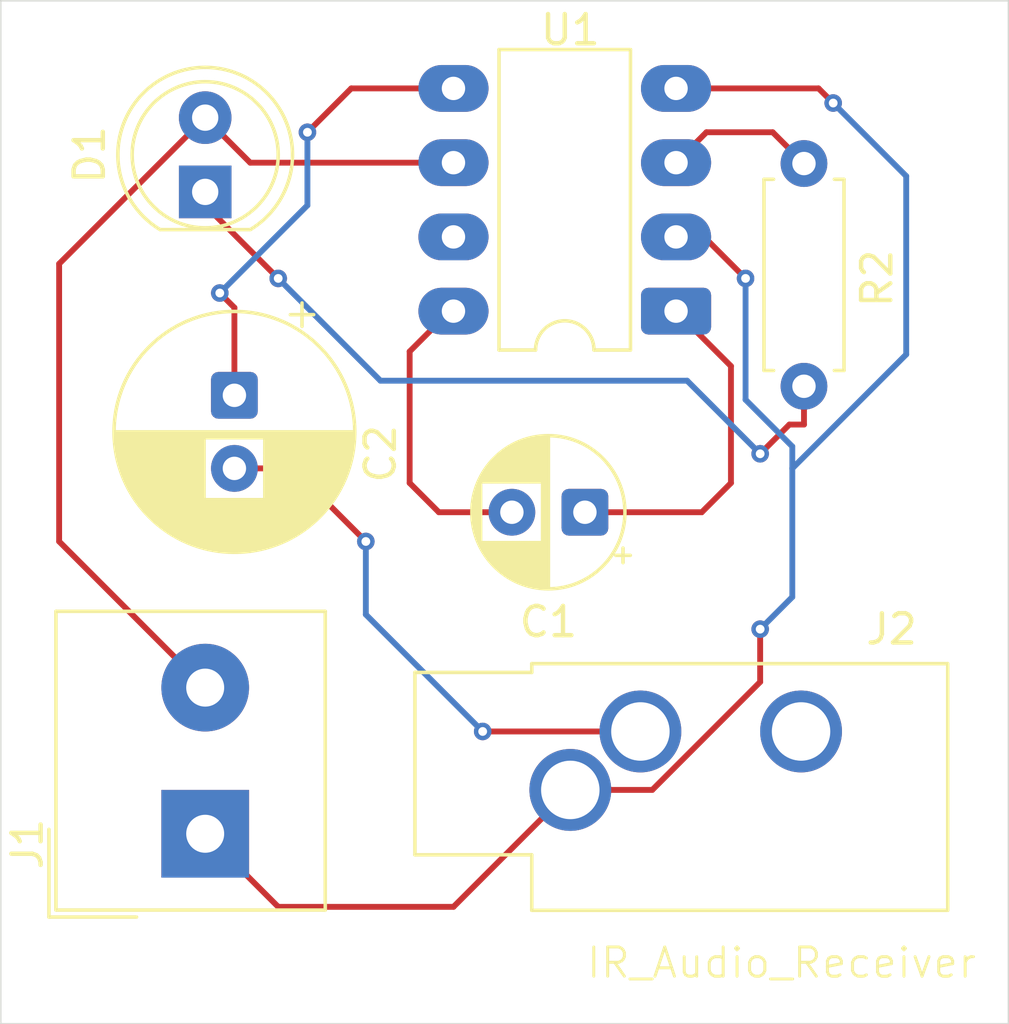
<source format=kicad_pcb>
(kicad_pcb (version 20241229) (generator "pcbnew") (generator_version "9.0")
  (layers (0 "F.Cu" signal) (2 "B.Cu" signal) (13 "F.Paste" user) (15 "B.Paste" user) (5 "F.SilkS" user "F.Silkscreen") (7 "B.SilkS" user "B.Silkscreen") (1 "F.Mask" user) (3 "B.Mask" user) (25 "Edge.Cuts" user))
  (net 0 "")
  (net 1 "Net-(C1-Pad2)")
  (net 2 "Net-(C1-Pad1)")
  (net 3 "Net-(C2-Pad2)")
  (net 4 "Net-(C2-Pad1)")
  (net 5 "Net-(D1-K)")
  (net 6 "+5V")
  (net 7 "GND")
  (net 9 "Net-(U1-+)")
  (footprint "Package_DIP:DIP-8_W7.62mm_LongPads" (layer "F.Cu") (at 134.12 105.12 180)
    (property "Reference" "U1" (at 3.62 9.62 0) (layer "F.SilkS"))
    (property "Value" "LM386")
    (fp_line (start 6.06 8.95) (end 6.06 -1.33) (stroke (width 0.12)) (layer "F.SilkS"))
    (fp_line (start 6.06 -1.33) (end 4.81 -1.33) (stroke (width 0.12)) (layer "F.SilkS"))
    (fp_line (start 2.81 -1.33) (end 1.56 -1.33) (stroke (width 0.12)) (layer "F.SilkS"))
    (fp_line (start 1.56 8.95) (end 6.06 8.95) (stroke (width 0.12)) (layer "F.SilkS"))
    (fp_line (start 1.56 -1.33) (end 1.56 8.95) (stroke (width 0.12)) (layer "F.SilkS"))
    (fp_arc (start 4.81 -1.33) (mid 3.81 -0.33) (end 2.81 -1.33) (stroke (width 0.12)) (layer "F.SilkS"))
    (pad "1" thru_hole roundrect (at 0 0 180) (size 2.4 1.6) (drill 0.8) (layers "*.Cu" "*.Mask") (roundrect_rratio 0.15625) (net 2 "Net-(C1-Pad1)"))
    (pad "2" thru_hole oval (at 0 2.54 180) (size 2.4 1.6) (drill 0.8) (layers "*.Cu" "*.Mask") (net 7 "GND"))
    (pad "3" thru_hole oval (at 0 5.08 180) (size 2.4 1.6) (drill 0.8) (layers "*.Cu" "*.Mask") (net 9 "Net-(U1-+)"))
    (pad "4" thru_hole oval (at 0 7.62 180) (size 2.4 1.6) (drill 0.8) (layers "*.Cu" "*.Mask") (net 7 "GND"))
    (pad "5" thru_hole oval (at 7.62 7.62 180) (size 2.4 1.6) (drill 0.8) (layers "*.Cu" "*.Mask") (net 4 "Net-(C2-Pad1)"))
    (pad "6" thru_hole oval (at 7.62 5.08 180) (size 2.4 1.6) (drill 0.8) (layers "*.Cu" "*.Mask") (net 6 "+5V"))
    (pad "7" thru_hole oval (at 7.62 2.54 180) (size 2.4 1.6) (drill 0.8) (layers "*.Cu" "*.Mask"))
    (pad "8" thru_hole oval (at 7.62 0 180) (size 2.4 1.6) (drill 0.8) (layers "*.Cu" "*.Mask") (net 1 "Net-(C1-Pad2)"))
  )
  (footprint "Capacitor_THT:CP_Radial_D5.0mm_P2.50mm" (layer "F.Cu") (at 131 112 180)
    (property "Reference" "C1" (at 1.25 -3.75 0) (layer "F.SilkS"))
    (property "Value" "10uF")
    (fp_line (start 3.85 -0.283) (end 3.85 0.283) (stroke (width 0.12)) (layer "F.SilkS"))
    (fp_line (start 3.81 -0.517) (end 3.81 0.517) (stroke (width 0.12)) (layer "F.SilkS"))
    (fp_line (start 3.77 -0.677) (end 3.77 0.677) (stroke (width 0.12)) (layer "F.SilkS"))
    (fp_line (start 3.73 -0.805) (end 3.73 0.805) (stroke (width 0.12)) (layer "F.SilkS"))
    (fp_line (start 3.69 -0.914) (end 3.69 0.914) (stroke (width 0.12)) (layer "F.SilkS"))
    (fp_line (start 3.65 -1.011) (end 3.65 1.011) (stroke (width 0.12)) (layer "F.SilkS"))
    (fp_line (start 3.61 -1.098) (end 3.61 1.098) (stroke (width 0.12)) (layer "F.SilkS"))
    (fp_line (start 3.57 -1.177) (end 3.57 1.177) (stroke (width 0.12)) (layer "F.SilkS"))
    (fp_line (start 3.53 1.04) (end 3.53 1.251) (stroke (width 0.12)) (layer "F.SilkS"))
    (fp_line (start 3.53 -1.251) (end 3.53 -1.04) (stroke (width 0.12)) (layer "F.SilkS"))
    (fp_line (start 3.49 1.04) (end 3.49 1.319) (stroke (width 0.12)) (layer "F.SilkS"))
    (fp_line (start 3.49 -1.319) (end 3.49 -1.04) (stroke (width 0.12)) (layer "F.SilkS"))
    (fp_line (start 3.45 1.04) (end 3.45 1.383) (stroke (width 0.12)) (layer "F.SilkS"))
    (fp_line (start 3.45 -1.383) (end 3.45 -1.04) (stroke (width 0.12)) (layer "F.SilkS"))
    (fp_line (start 3.41 1.04) (end 3.41 1.443) (stroke (width 0.12)) (layer "F.SilkS"))
    (fp_line (start 3.41 -1.443) (end 3.41 -1.04) (stroke (width 0.12)) (layer "F.SilkS"))
    (fp_line (start 3.37 1.04) (end 3.37 1.499) (stroke (width 0.12)) (layer "F.SilkS"))
    (fp_line (start 3.37 -1.499) (end 3.37 -1.04) (stroke (width 0.12)) (layer "F.SilkS"))
    (fp_line (start 3.33 1.04) (end 3.33 1.553) (stroke (width 0.12)) (layer "F.SilkS"))
    (fp_line (start 3.33 -1.553) (end 3.33 -1.04) (stroke (width 0.12)) (layer "F.SilkS"))
    (fp_line (start 3.29 1.04) (end 3.29 1.604) (stroke (width 0.12)) (layer "F.SilkS"))
    (fp_line (start 3.29 -1.604) (end 3.29 -1.04) (stroke (width 0.12)) (layer "F.SilkS"))
    (fp_line (start 3.25 1.04) (end 3.25 1.652) (stroke (width 0.12)) (layer "F.SilkS"))
    (fp_line (start 3.25 -1.652) (end 3.25 -1.04) (stroke (width 0.12)) (layer "F.SilkS"))
    (fp_line (start 3.21 1.04) (end 3.21 1.699) (stroke (width 0.12)) (layer "F.SilkS"))
    (fp_line (start 3.21 -1.699) (end 3.21 -1.04) (stroke (width 0.12)) (layer "F.SilkS"))
    (fp_line (start 3.17 1.04) (end 3.17 1.743) (stroke (width 0.12)) (layer "F.SilkS"))
    (fp_line (start 3.17 -1.743) (end 3.17 -1.04) (stroke (width 0.12)) (layer "F.SilkS"))
    (fp_line (start 3.13 1.04) (end 3.13 1.785) (stroke (width 0.12)) (layer "F.SilkS"))
    (fp_line (start 3.13 -1.785) (end 3.13 -1.04) (stroke (width 0.12)) (layer "F.SilkS"))
    (fp_line (start 3.09 1.04) (end 3.09 1.825) (stroke (width 0.12)) (layer "F.SilkS"))
    (fp_line (start 3.09 -1.825) (end 3.09 -1.04) (stroke (width 0.12)) (layer "F.SilkS"))
    (fp_line (start 3.05 1.04) (end 3.05 1.864) (stroke (width 0.12)) (layer "F.SilkS"))
    (fp_line (start 3.05 -1.864) (end 3.05 -1.04) (stroke (width 0.12)) (layer "F.SilkS"))
    (fp_line (start 3.01 1.04) (end 3.01 1.901) (stroke (width 0.12)) (layer "F.SilkS"))
    (fp_line (start 3.01 -1.901) (end 3.01 -1.04) (stroke (width 0.12)) (layer "F.SilkS"))
    (fp_line (start 2.97 1.04) (end 2.97 1.936) (stroke (width 0.12)) (layer "F.SilkS"))
    (fp_line (start 2.97 -1.936) (end 2.97 -1.04) (stroke (width 0.12)) (layer "F.SilkS"))
    (fp_line (start 2.93 1.04) (end 2.93 1.97) (stroke (width 0.12)) (layer "F.SilkS"))
    (fp_line (start 2.93 -1.97) (end 2.93 -1.04) (stroke (width 0.12)) (layer "F.SilkS"))
    (fp_line (start 2.89 1.04) (end 2.89 2.003) (stroke (width 0.12)) (layer "F.SilkS"))
    (fp_line (start 2.89 -2.003) (end 2.89 -1.04) (stroke (width 0.12)) (layer "F.SilkS"))
    (fp_line (start 2.85 1.04) (end 2.85 2.035) (stroke (width 0.12)) (layer "F.SilkS"))
    (fp_line (start 2.85 -2.035) (end 2.85 -1.04) (stroke (width 0.12)) (layer "F.SilkS"))
    (fp_line (start 2.81 1.04) (end 2.81 2.065) (stroke (width 0.12)) (layer "F.SilkS"))
    (fp_line (start 2.81 -2.065) (end 2.81 -1.04) (stroke (width 0.12)) (layer "F.SilkS"))
    (fp_line (start 2.77 1.04) (end 2.77 2.094) (stroke (width 0.12)) (layer "F.SilkS"))
    (fp_line (start 2.77 -2.094) (end 2.77 -1.04) (stroke (width 0.12)) (layer "F.SilkS"))
    (fp_line (start 2.73 1.04) (end 2.73 2.122) (stroke (width 0.12)) (layer "F.SilkS"))
    (fp_line (start 2.73 -2.122) (end 2.73 -1.04) (stroke (width 0.12)) (layer "F.SilkS"))
    (fp_line (start 2.69 1.04) (end 2.69 2.149) (stroke (width 0.12)) (layer "F.SilkS"))
    (fp_line (start 2.69 -2.149) (end 2.69 -1.04) (stroke (width 0.12)) (layer "F.SilkS"))
    (fp_line (start 2.65 1.04) (end 2.65 2.175) (stroke (width 0.12)) (layer "F.SilkS"))
    (fp_line (start 2.65 -2.175) (end 2.65 -1.04) (stroke (width 0.12)) (layer "F.SilkS"))
    (fp_line (start 2.61 1.04) (end 2.61 2.199) (stroke (width 0.12)) (layer "F.SilkS"))
    (fp_line (start 2.61 -2.199) (end 2.61 -1.04) (stroke (width 0.12)) (layer "F.SilkS"))
    (fp_line (start 2.57 1.04) (end 2.57 2.223) (stroke (width 0.12)) (layer "F.SilkS"))
    (fp_line (start 2.57 -2.223) (end 2.57 -1.04) (stroke (width 0.12)) (layer "F.SilkS"))
    (fp_line (start 2.53 1.04) (end 2.53 2.246) (stroke (width 0.12)) (layer "F.SilkS"))
    (fp_line (start 2.53 -2.246) (end 2.53 -1.04) (stroke (width 0.12)) (layer "F.SilkS"))
    (fp_line (start 2.49 1.04) (end 2.49 2.268) (stroke (width 0.12)) (layer "F.SilkS"))
    (fp_line (start 2.49 -2.268) (end 2.49 -1.04) (stroke (width 0.12)) (layer "F.SilkS"))
    (fp_line (start 2.45 1.04) (end 2.45 2.289) (stroke (width 0.12)) (layer "F.SilkS"))
    (fp_line (start 2.45 -2.289) (end 2.45 -1.04) (stroke (width 0.12)) (layer "F.SilkS"))
    (fp_line (start 2.41 1.04) (end 2.41 2.309) (stroke (width 0.12)) (layer "F.SilkS"))
    (fp_line (start 2.41 -2.309) (end 2.41 -1.04) (stroke (width 0.12)) (layer "F.SilkS"))
    (fp_line (start 2.37 1.04) (end 2.37 2.329) (stroke (width 0.12)) (layer "F.SilkS"))
    (fp_line (start 2.37 -2.329) (end 2.37 -1.04) (stroke (width 0.12)) (layer "F.SilkS"))
    (fp_line (start 2.33 1.04) (end 2.33 2.347) (stroke (width 0.12)) (layer "F.SilkS"))
    (fp_line (start 2.33 -2.347) (end 2.33 -1.04) (stroke (width 0.12)) (layer "F.SilkS"))
    (fp_line (start 2.29 1.04) (end 2.29 2.365) (stroke (width 0.12)) (layer "F.SilkS"))
    (fp_line (start 2.29 -2.365) (end 2.29 -1.04) (stroke (width 0.12)) (layer "F.SilkS"))
    (fp_line (start 2.25 1.04) (end 2.25 2.382) (stroke (width 0.12)) (layer "F.SilkS"))
    (fp_line (start 2.25 -2.382) (end 2.25 -1.04) (stroke (width 0.12)) (layer "F.SilkS"))
    (fp_line (start 2.21 1.04) (end 2.21 2.398) (stroke (width 0.12)) (layer "F.SilkS"))
    (fp_line (start 2.21 -2.398) (end 2.21 -1.04) (stroke (width 0.12)) (layer "F.SilkS"))
    (fp_line (start 2.17 1.04) (end 2.17 2.413) (stroke (width 0.12)) (layer "F.SilkS"))
    (fp_line (start 2.17 -2.413) (end 2.17 -1.04) (stroke (width 0.12)) (layer "F.SilkS"))
    (fp_line (start 2.13 1.04) (end 2.13 2.428) (stroke (width 0.12)) (layer "F.SilkS"))
    (fp_line (start 2.13 -2.428) (end 2.13 -1.04) (stroke (width 0.12)) (layer "F.SilkS"))
    (fp_line (start 2.09 1.04) (end 2.09 2.442) (stroke (width 0.12)) (layer "F.SilkS"))
    (fp_line (start 2.09 -2.442) (end 2.09 -1.04) (stroke (width 0.12)) (layer "F.SilkS"))
    (fp_line (start 2.05 1.04) (end 2.05 2.455) (stroke (width 0.12)) (layer "F.SilkS"))
    (fp_line (start 2.05 -2.455) (end 2.05 -1.04) (stroke (width 0.12)) (layer "F.SilkS"))
    (fp_line (start 2.01 1.04) (end 2.01 2.467) (stroke (width 0.12)) (layer "F.SilkS"))
    (fp_line (start 2.01 -2.467) (end 2.01 -1.04) (stroke (width 0.12)) (layer "F.SilkS"))
    (fp_line (start 1.97 1.04) (end 1.97 2.479) (stroke (width 0.12)) (layer "F.SilkS"))
    (fp_line (start 1.97 -2.479) (end 1.97 -1.04) (stroke (width 0.12)) (layer "F.SilkS"))
    (fp_line (start 1.93 1.04) (end 1.93 2.49) (stroke (width 0.12)) (layer "F.SilkS"))
    (fp_line (start 1.93 -2.49) (end 1.93 -1.04) (stroke (width 0.12)) (layer "F.SilkS"))
    (fp_line (start 1.89 1.04) (end 1.89 2.501) (stroke (width 0.12)) (layer "F.SilkS"))
    (fp_line (start 1.89 -2.501) (end 1.89 -1.04) (stroke (width 0.12)) (layer "F.SilkS"))
    (fp_line (start 1.85 1.04) (end 1.85 2.51) (stroke (width 0.12)) (layer "F.SilkS"))
    (fp_line (start 1.85 -2.51) (end 1.85 -1.04) (stroke (width 0.12)) (layer "F.SilkS"))
    (fp_line (start 1.81 1.04) (end 1.81 2.519) (stroke (width 0.12)) (layer "F.SilkS"))
    (fp_line (start 1.81 -2.519) (end 1.81 -1.04) (stroke (width 0.12)) (layer "F.SilkS"))
    (fp_line (start 1.77 1.04) (end 1.77 2.528) (stroke (width 0.12)) (layer "F.SilkS"))
    (fp_line (start 1.77 -2.528) (end 1.77 -1.04) (stroke (width 0.12)) (layer "F.SilkS"))
    (fp_line (start 1.73 1.04) (end 1.73 2.536) (stroke (width 0.12)) (layer "F.SilkS"))
    (fp_line (start 1.73 -2.536) (end 1.73 -1.04) (stroke (width 0.12)) (layer "F.SilkS"))
    (fp_line (start 1.69 1.04) (end 1.69 2.543) (stroke (width 0.12)) (layer "F.SilkS"))
    (fp_line (start 1.69 -2.543) (end 1.69 -1.04) (stroke (width 0.12)) (layer "F.SilkS"))
    (fp_line (start 1.65 1.04) (end 1.65 2.549) (stroke (width 0.12)) (layer "F.SilkS"))
    (fp_line (start 1.65 -2.549) (end 1.65 -1.04) (stroke (width 0.12)) (layer "F.SilkS"))
    (fp_line (start 1.61 1.04) (end 1.61 2.555) (stroke (width 0.12)) (layer "F.SilkS"))
    (fp_line (start 1.61 -2.555) (end 1.61 -1.04) (stroke (width 0.12)) (layer "F.SilkS"))
    (fp_line (start 1.57 1.04) (end 1.57 2.56) (stroke (width 0.12)) (layer "F.SilkS"))
    (fp_line (start 1.57 -2.56) (end 1.57 -1.04) (stroke (width 0.12)) (layer "F.SilkS"))
    (fp_line (start 1.53 1.04) (end 1.53 2.565) (stroke (width 0.12)) (layer "F.SilkS"))
    (fp_line (start 1.53 -2.565) (end 1.53 -1.04) (stroke (width 0.12)) (layer "F.SilkS"))
    (fp_line (start 1.49 1.04) (end 1.49 2.569) (stroke (width 0.12)) (layer "F.SilkS"))
    (fp_line (start 1.49 -2.569) (end 1.49 -1.04) (stroke (width 0.12)) (layer "F.SilkS"))
    (fp_line (start 1.45 -2.572) (end 1.45 2.572) (stroke (width 0.12)) (layer "F.SilkS"))
    (fp_line (start 1.41 -2.575) (end 1.41 2.575) (stroke (width 0.12)) (layer "F.SilkS"))
    (fp_line (start 1.37 -2.577) (end 1.37 2.577) (stroke (width 0.12)) (layer "F.SilkS"))
    (fp_line (start 1.33 -2.579) (end 1.33 2.579) (stroke (width 0.12)) (layer "F.SilkS"))
    (fp_line (start 1.29 -2.58) (end 1.29 2.58) (stroke (width 0.12)) (layer "F.SilkS"))
    (fp_line (start 1.25 -2.58) (end 1.25 2.58) (stroke (width 0.12)) (layer "F.SilkS"))
    (fp_line (start -1.304775 -1.725) (end -1.304775 -1.225) (stroke (width 0.12)) (layer "F.SilkS"))
    (fp_line (start -1.554775 -1.475) (end -1.054775 -1.475) (stroke (width 0.12)) (layer "F.SilkS"))
    (fp_circle (center 1.25 0) (end 3.87 0) (stroke (width 0.12)) (fill no) (layer "F.SilkS"))
    (pad "1" thru_hole roundrect (at 0 0 180) (size 1.6 1.6) (drill 0.8) (layers "*.Cu" "*.Mask") (roundrect_rratio 0.15625) (net 2 "Net-(C1-Pad1)"))
    (pad "2" thru_hole circle (at 2.5 0 180) (size 1.6 1.6) (drill 0.8) (layers "*.Cu" "*.Mask") (net 1 "Net-(C1-Pad2)"))
  )
  (footprint "LED_THT:LED_D5.0mm_IRBlack" (layer "F.Cu") (at 118 101.04 90)
    (property "Reference" "D1" (at 1.27 -3.96 90) (layer "F.SilkS"))
    (property "Value" "LED")
    (fp_line (start -1.29 -1.545) (end -1.29 1.545) (stroke (width 0.12)) (layer "F.SilkS"))
    (fp_arc (start -1.29 -1.54483) (mid 2.071779 -2.880495) (end 4.26 0) (stroke (width 0.12)) (layer "F.SilkS"))
    (fp_arc (start 4.26 0) (mid 2.071779 2.880495) (end -1.29 1.54483) (stroke (width 0.12)) (layer "F.SilkS"))
    (fp_circle (center 1.27 0) (end 3.77 0) (stroke (width 0.12)) (fill no) (layer "F.SilkS"))
    (pad "1" thru_hole rect (at 0 0 90) (size 1.8 1.8) (drill 0.9) (layers "*.Cu" "*.Mask") (net 5 "Net-(D1-K)"))
    (pad "2" thru_hole circle (at 2.54 0 90) (size 1.8 1.8) (drill 0.9) (layers "*.Cu" "*.Mask") (net 6 "+5V"))
  )
  (footprint "Connector_Audio:Jack_3.5mm_CUI_SJ1-3533NG_Horizontal_CircularHoles" (layer "F.Cu") (at 130.5 121.5 90)
    (property "Reference" "J2" (at 5.5 11 180) (layer "F.SilkS"))
    (property "Value" "AudioJack3")
    (fp_line (start 4.02 -5.32) (end 4.02 -1.32) (stroke (width 0.12)) (layer "F.SilkS"))
    (fp_line (start -2.22 -5.32) (end 4.02 -5.32) (stroke (width 0.12)) (layer "F.SilkS"))
    (fp_line (start 4.32 -1.32) (end 4.32 12.92) (stroke (width 0.12)) (layer "F.SilkS"))
    (fp_line (start 4.02 -1.32) (end 4.32 -1.32) (stroke (width 0.12)) (layer "F.SilkS"))
    (fp_line (start -2.22 -1.32) (end -2.22 -5.32) (stroke (width 0.12)) (layer "F.SilkS"))
    (fp_line (start -4.12 -1.32) (end -2.22 -1.32) (stroke (width 0.12)) (layer "F.SilkS"))
    (fp_line (start 4.32 12.92) (end -4.12 12.92) (stroke (width 0.12)) (layer "F.SilkS"))
    (fp_line (start -4.12 12.92) (end -4.12 -1.32) (stroke (width 0.12)) (layer "F.SilkS"))
    (pad "R" thru_hole circle (at 2 7.9 90) (size 2.8 2.8) (drill 2) (layers "*.Cu" "*.Mask"))
    (pad "S" thru_hole circle (at 0 0 90) (size 2.8 2.8) (drill 2) (layers "*.Cu" "*.Mask") (net 7 "GND"))
    (pad "T" thru_hole circle (at 2 2.4 90) (size 2.8 2.8) (drill 2) (layers "*.Cu" "*.Mask") (net 3 "Net-(C2-Pad2)"))
  )
  (footprint "Resistor_THT:R_Axial_DIN0207_L6.3mm_D2.5mm_P7.62mm_Horizontal" (layer "F.Cu") (at 138.5 107.69 90)
    (property "Reference" "R2" (at 3.69 2.5 90) (layer "F.SilkS"))
    (property "Value" "10k")
    (fp_line (start 7.08 -1.37) (end 7.08 -1.04) (stroke (width 0.12)) (layer "F.SilkS"))
    (fp_line (start 0.54 -1.37) (end 7.08 -1.37) (stroke (width 0.12)) (layer "F.SilkS"))
    (fp_line (start 0.54 -1.04) (end 0.54 -1.37) (stroke (width 0.12)) (layer "F.SilkS"))
    (fp_line (start 0.54 1.04) (end 0.54 1.37) (stroke (width 0.12)) (layer "F.SilkS"))
    (fp_line (start 7.08 1.37) (end 7.08 1.04) (stroke (width 0.12)) (layer "F.SilkS"))
    (fp_line (start 0.54 1.37) (end 7.08 1.37) (stroke (width 0.12)) (layer "F.SilkS"))
    (pad "1" thru_hole circle (at 0 0 90) (size 1.6 1.6) (drill 0.8) (layers "*.Cu" "*.Mask") (net 5 "Net-(D1-K)"))
    (pad "2" thru_hole circle (at 7.62 0 90) (size 1.6 1.6) (drill 0.8) (layers "*.Cu" "*.Mask") (net 9 "Net-(U1-+)"))
  )
  (footprint "Capacitor_THT:CP_Radial_D8.0mm_P2.50mm" (layer "F.Cu") (at 119 108 -90)
    (property "Reference" "C2" (at 2 -5 90) (layer "F.SilkS"))
    (property "Value" "100uF")
    (fp_line (start 1.49 1.04) (end 1.49 4.073) (stroke (width 0.12)) (layer "F.SilkS"))
    (fp_line (start 1.53 1.04) (end 1.53 4.07) (stroke (width 0.12)) (layer "F.SilkS"))
    (fp_line (start 1.57 1.04) (end 1.57 4.068) (stroke (width 0.12)) (layer "F.SilkS"))
    (fp_line (start 1.61 1.04) (end 1.61 4.064) (stroke (width 0.12)) (layer "F.SilkS"))
    (fp_line (start 1.65 1.04) (end 1.65 4.061) (stroke (width 0.12)) (layer "F.SilkS"))
    (fp_line (start 1.69 1.04) (end 1.69 4.056) (stroke (width 0.12)) (layer "F.SilkS"))
    (fp_line (start 1.73 1.04) (end 1.73 4.052) (stroke (width 0.12)) (layer "F.SilkS"))
    (fp_line (start 1.77 1.04) (end 1.77 4.047) (stroke (width 0.12)) (layer "F.SilkS"))
    (fp_line (start 1.81 1.04) (end 1.81 4.042) (stroke (width 0.12)) (layer "F.SilkS"))
    (fp_line (start 1.85 1.04) (end 1.85 4.036) (stroke (width 0.12)) (layer "F.SilkS"))
    (fp_line (start 1.89 1.04) (end 1.89 4.03) (stroke (width 0.12)) (layer "F.SilkS"))
    (fp_line (start 1.93 1.04) (end 1.93 4.023) (stroke (width 0.12)) (layer "F.SilkS"))
    (fp_line (start 1.97 1.04) (end 1.97 4.017) (stroke (width 0.12)) (layer "F.SilkS"))
    (fp_line (start 2.01 1.04) (end 2.01 4.009) (stroke (width 0.12)) (layer "F.SilkS"))
    (fp_line (start 2.05 1.04) (end 2.05 4.002) (stroke (width 0.12)) (layer "F.SilkS"))
    (fp_line (start 2.09 1.04) (end 2.09 3.993) (stroke (width 0.12)) (layer "F.SilkS"))
    (fp_line (start 2.13 1.04) (end 2.13 3.985) (stroke (width 0.12)) (layer "F.SilkS"))
    (fp_line (start 2.17 1.04) (end 2.17 3.976) (stroke (width 0.12)) (layer "F.SilkS"))
    (fp_line (start 2.21 1.04) (end 2.21 3.967) (stroke (width 0.12)) (layer "F.SilkS"))
    (fp_line (start 2.25 1.04) (end 2.25 3.957) (stroke (width 0.12)) (layer "F.SilkS"))
    (fp_line (start 2.29 1.04) (end 2.29 3.947) (stroke (width 0.12)) (layer "F.SilkS"))
    (fp_line (start 2.33 1.04) (end 2.33 3.936) (stroke (width 0.12)) (layer "F.SilkS"))
    (fp_line (start 2.37 1.04) (end 2.37 3.925) (stroke (width 0.12)) (layer "F.SilkS"))
    (fp_line (start 2.41 1.04) (end 2.41 3.913) (stroke (width 0.12)) (layer "F.SilkS"))
    (fp_line (start 2.45 1.04) (end 2.45 3.901) (stroke (width 0.12)) (layer "F.SilkS"))
    (fp_line (start 2.49 1.04) (end 2.49 3.889) (stroke (width 0.12)) (layer "F.SilkS"))
    (fp_line (start 2.53 1.04) (end 2.53 3.876) (stroke (width 0.12)) (layer "F.SilkS"))
    (fp_line (start 2.57 1.04) (end 2.57 3.863) (stroke (width 0.12)) (layer "F.SilkS"))
    (fp_line (start 2.61 1.04) (end 2.61 3.849) (stroke (width 0.12)) (layer "F.SilkS"))
    (fp_line (start 2.65 1.04) (end 2.65 3.835) (stroke (width 0.12)) (layer "F.SilkS"))
    (fp_line (start 2.69 1.04) (end 2.69 3.82) (stroke (width 0.12)) (layer "F.SilkS"))
    (fp_line (start 2.73 1.04) (end 2.73 3.805) (stroke (width 0.12)) (layer "F.SilkS"))
    (fp_line (start 2.77 1.04) (end 2.77 3.789) (stroke (width 0.12)) (layer "F.SilkS"))
    (fp_line (start 2.81 1.04) (end 2.81 3.773) (stroke (width 0.12)) (layer "F.SilkS"))
    (fp_line (start 2.85 1.04) (end 2.85 3.757) (stroke (width 0.12)) (layer "F.SilkS"))
    (fp_line (start 2.89 1.04) (end 2.89 3.74) (stroke (width 0.12)) (layer "F.SilkS"))
    (fp_line (start 2.93 1.04) (end 2.93 3.722) (stroke (width 0.12)) (layer "F.SilkS"))
    (fp_line (start 2.97 1.04) (end 2.97 3.704) (stroke (width 0.12)) (layer "F.SilkS"))
    (fp_line (start 3.01 1.04) (end 3.01 3.685) (stroke (width 0.12)) (layer "F.SilkS"))
    (fp_line (start 3.05 1.04) (end 3.05 3.666) (stroke (width 0.12)) (layer "F.SilkS"))
    (fp_line (start 3.09 1.04) (end 3.09 3.646) (stroke (width 0.12)) (layer "F.SilkS"))
    (fp_line (start 3.13 1.04) (end 3.13 3.626) (stroke (width 0.12)) (layer "F.SilkS"))
    (fp_line (start 3.17 1.04) (end 3.17 3.605) (stroke (width 0.12)) (layer "F.SilkS"))
    (fp_line (start 3.21 1.04) (end 3.21 3.584) (stroke (width 0.12)) (layer "F.SilkS"))
    (fp_line (start 3.25 1.04) (end 3.25 3.562) (stroke (width 0.12)) (layer "F.SilkS"))
    (fp_line (start 3.29 1.04) (end 3.29 3.539) (stroke (width 0.12)) (layer "F.SilkS"))
    (fp_line (start 3.33 1.04) (end 3.33 3.516) (stroke (width 0.12)) (layer "F.SilkS"))
    (fp_line (start 3.37 1.04) (end 3.37 3.493) (stroke (width 0.12)) (layer "F.SilkS"))
    (fp_line (start 3.41 1.04) (end 3.41 3.468) (stroke (width 0.12)) (layer "F.SilkS"))
    (fp_line (start 3.45 1.04) (end 3.45 3.443) (stroke (width 0.12)) (layer "F.SilkS"))
    (fp_line (start 3.49 1.04) (end 3.49 3.418) (stroke (width 0.12)) (layer "F.SilkS"))
    (fp_line (start 3.53 1.04) (end 3.53 3.392) (stroke (width 0.12)) (layer "F.SilkS"))
    (fp_line (start 5.33 -0.533) (end 5.33 0.533) (stroke (width 0.12)) (layer "F.SilkS"))
    (fp_line (start 5.29 -0.768) (end 5.29 0.768) (stroke (width 0.12)) (layer "F.SilkS"))
    (fp_line (start 5.25 -0.947) (end 5.25 0.947) (stroke (width 0.12)) (layer "F.SilkS"))
    (fp_line (start 5.21 -1.097) (end 5.21 1.097) (stroke (width 0.12)) (layer "F.SilkS"))
    (fp_line (start 5.17 -1.228) (end 5.17 1.228) (stroke (width 0.12)) (layer "F.SilkS"))
    (fp_line (start 5.13 -1.346) (end 5.13 1.346) (stroke (width 0.12)) (layer "F.SilkS"))
    (fp_line (start 5.09 -1.453) (end 5.09 1.453) (stroke (width 0.12)) (layer "F.SilkS"))
    (fp_line (start 5.05 -1.552) (end 5.05 1.552) (stroke (width 0.12)) (layer "F.SilkS"))
    (fp_line (start 5.01 -1.644) (end 5.01 1.644) (stroke (width 0.12)) (layer "F.SilkS"))
    (fp_line (start 4.97 -1.731) (end 4.97 1.731) (stroke (width 0.12)) (layer "F.SilkS"))
    (fp_line (start 4.93 -1.813) (end 4.93 1.813) (stroke (width 0.12)) (layer "F.SilkS"))
    (fp_line (start 4.89 -1.89) (end 4.89 1.89) (stroke (width 0.12)) (layer "F.SilkS"))
    (fp_line (start 4.85 -1.964) (end 4.85 1.964) (stroke (width 0.12)) (layer "F.SilkS"))
    (fp_line (start 4.81 -2.034) (end 4.81 2.034) (stroke (width 0.12)) (layer "F.SilkS"))
    (fp_line (start 4.77 -2.101) (end 4.77 2.101) (stroke (width 0.12)) (layer "F.SilkS"))
    (fp_line (start 4.73 -2.165) (end 4.73 2.165) (stroke (width 0.12)) (layer "F.SilkS"))
    (fp_line (start 4.69 -2.227) (end 4.69 2.227) (stroke (width 0.12)) (layer "F.SilkS"))
    (fp_line (start 4.65 -2.287) (end 4.65 2.287) (stroke (width 0.12)) (layer "F.SilkS"))
    (fp_line (start -3.159698 -2.315) (end -2.359698 -2.315) (stroke (width 0.12)) (layer "F.SilkS"))
    (fp_line (start 4.61 -2.344) (end 4.61 2.344) (stroke (width 0.12)) (layer "F.SilkS"))
    (fp_line (start 4.57 -2.4) (end 4.57 2.4) (stroke (width 0.12)) (layer "F.SilkS"))
    (fp_line (start 4.53 -2.453) (end 4.53 2.453) (stroke (width 0.12)) (layer "F.SilkS"))
    (fp_line (start 4.49 -2.505) (end 4.49 2.505) (stroke (width 0.12)) (layer "F.SilkS"))
    (fp_line (start 4.45 -2.555) (end 4.45 2.555) (stroke (width 0.12)) (layer "F.SilkS"))
    (fp_line (start 4.41 -2.604) (end 4.41 2.604) (stroke (width 0.12)) (layer "F.SilkS"))
    (fp_line (start 4.37 -2.651) (end 4.37 2.651) (stroke (width 0.12)) (layer "F.SilkS"))
    (fp_line (start 4.33 -2.696) (end 4.33 2.696) (stroke (width 0.12)) (layer "F.SilkS"))
    (fp_line (start -2.759698 -2.715) (end -2.759698 -1.915) (stroke (width 0.12)) (layer "F.SilkS"))
    (fp_line (start 4.29 -2.741) (end 4.29 2.741) (stroke (width 0.12)) (layer "F.SilkS"))
    (fp_line (start 4.25 -2.784) (end 4.25 2.784) (stroke (width 0.12)) (layer "F.SilkS"))
    (fp_line (start 4.21 -2.826) (end 4.21 2.826) (stroke (width 0.12)) (layer "F.SilkS"))
    (fp_line (start 4.17 -2.867) (end 4.17 2.867) (stroke (width 0.12)) (layer "F.SilkS"))
    (fp_line (start 4.13 -2.906) (end 4.13 2.906) (stroke (width 0.12)) (layer "F.SilkS"))
    (fp_line (start 4.09 -2.945) (end 4.09 2.945) (stroke (width 0.12)) (layer "F.SilkS"))
    (fp_line (start 4.05 -2.982) (end 4.05 2.982) (stroke (width 0.12)) (layer "F.SilkS"))
    (fp_line (start 4.01 -3.019) (end 4.01 3.019) (stroke (width 0.12)) (layer "F.SilkS"))
    (fp_line (start 3.97 -3.055) (end 3.97 3.055) (stroke (width 0.12)) (layer "F.SilkS"))
    (fp_line (start 3.93 -3.089) (end 3.93 3.089) (stroke (width 0.12)) (layer "F.SilkS"))
    (fp_line (start 3.89 -3.123) (end 3.89 3.123) (stroke (width 0.12)) (layer "F.SilkS"))
    (fp_line (start 3.85 -3.156) (end 3.85 3.156) (stroke (width 0.12)) (layer "F.SilkS"))
    (fp_line (start 3.81 -3.188) (end 3.81 3.188) (stroke (width 0.12)) (layer "F.SilkS"))
    (fp_line (start 3.77 -3.219) (end 3.77 3.219) (stroke (width 0.12)) (layer "F.SilkS"))
    (fp_line (start 3.73 -3.25) (end 3.73 3.25) (stroke (width 0.12)) (layer "F.SilkS"))
    (fp_line (start 3.69 -3.28) (end 3.69 3.28) (stroke (width 0.12)) (layer "F.SilkS"))
    (fp_line (start 3.65 -3.309) (end 3.65 3.309) (stroke (width 0.12)) (layer "F.SilkS"))
    (fp_line (start 3.61 -3.337) (end 3.61 3.337) (stroke (width 0.12)) (layer "F.SilkS"))
    (fp_line (start 3.57 -3.365) (end 3.57 3.365) (stroke (width 0.12)) (layer "F.SilkS"))
    (fp_line (start 3.53 -3.392) (end 3.53 -1.04) (stroke (width 0.12)) (layer "F.SilkS"))
    (fp_line (start 3.49 -3.418) (end 3.49 -1.04) (stroke (width 0.12)) (layer "F.SilkS"))
    (fp_line (start 3.45 -3.443) (end 3.45 -1.04) (stroke (width 0.12)) (layer "F.SilkS"))
    (fp_line (start 3.41 -3.468) (end 3.41 -1.04) (stroke (width 0.12)) (layer "F.SilkS"))
    (fp_line (start 3.37 -3.493) (end 3.37 -1.04) (stroke (width 0.12)) (layer "F.SilkS"))
    (fp_line (start 3.33 -3.516) (end 3.33 -1.04) (stroke (width 0.12)) (layer "F.SilkS"))
    (fp_line (start 3.29 -3.539) (end 3.29 -1.04) (stroke (width 0.12)) (layer "F.SilkS"))
    (fp_line (start 3.25 -3.562) (end 3.25 -1.04) (stroke (width 0.12)) (layer "F.SilkS"))
    (fp_line (start 3.21 -3.584) (end 3.21 -1.04) (stroke (width 0.12)) (layer "F.SilkS"))
    (fp_line (start 3.17 -3.605) (end 3.17 -1.04) (stroke (width 0.12)) (layer "F.SilkS"))
    (fp_line (start 3.13 -3.626) (end 3.13 -1.04) (stroke (width 0.12)) (layer "F.SilkS"))
    (fp_line (start 3.09 -3.646) (end 3.09 -1.04) (stroke (width 0.12)) (layer "F.SilkS"))
    (fp_line (start 3.05 -3.666) (end 3.05 -1.04) (stroke (width 0.12)) (layer "F.SilkS"))
    (fp_line (start 3.01 -3.685) (end 3.01 -1.04) (stroke (width 0.12)) (layer "F.SilkS"))
    (fp_line (start 2.97 -3.704) (end 2.97 -1.04) (stroke (width 0.12)) (layer "F.SilkS"))
    (fp_line (start 2.93 -3.722) (end 2.93 -1.04) (stroke (width 0.12)) (layer "F.SilkS"))
    (fp_line (start 2.89 -3.74) (end 2.89 -1.04) (stroke (width 0.12)) (layer "F.SilkS"))
    (fp_line (start 2.85 -3.757) (end 2.85 -1.04) (stroke (width 0.12)) (layer "F.SilkS"))
    (fp_line (start 2.81 -3.773) (end 2.81 -1.04) (stroke (width 0.12)) (layer "F.SilkS"))
    (fp_line (start 2.77 -3.789) (end 2.77 -1.04) (stroke (width 0.12)) (layer "F.SilkS"))
    (fp_line (start 2.73 -3.805) (end 2.73 -1.04) (stroke (width 0.12)) (layer "F.SilkS"))
    (fp_line (start 2.69 -3.82) (end 2.69 -1.04) (stroke (width 0.12)) (layer "F.SilkS"))
    (fp_line (start 2.65 -3.835) (end 2.65 -1.04) (stroke (width 0.12)) (layer "F.SilkS"))
    (fp_line (start 2.61 -3.849) (end 2.61 -1.04) (stroke (width 0.12)) (layer "F.SilkS"))
    (fp_line (start 2.57 -3.863) (end 2.57 -1.04) (stroke (width 0.12)) (layer "F.SilkS"))
    (fp_line (start 2.53 -3.876) (end 2.53 -1.04) (stroke (width 0.12)) (layer "F.SilkS"))
    (fp_line (start 2.49 -3.889) (end 2.49 -1.04) (stroke (width 0.12)) (layer "F.SilkS"))
    (fp_line (start 2.45 -3.901) (end 2.45 -1.04) (stroke (width 0.12)) (layer "F.SilkS"))
    (fp_line (start 2.41 -3.913) (end 2.41 -1.04) (stroke (width 0.12)) (layer "F.SilkS"))
    (fp_line (start 2.37 -3.925) (end 2.37 -1.04) (stroke (width 0.12)) (layer "F.SilkS"))
    (fp_line (start 2.33 -3.936) (end 2.33 -1.04) (stroke (width 0.12)) (layer "F.SilkS"))
    (fp_line (start 2.29 -3.947) (end 2.29 -1.04) (stroke (width 0.12)) (layer "F.SilkS"))
    (fp_line (start 2.25 -3.957) (end 2.25 -1.04) (stroke (width 0.12)) (layer "F.SilkS"))
    (fp_line (start 2.21 -3.967) (end 2.21 -1.04) (stroke (width 0.12)) (layer "F.SilkS"))
    (fp_line (start 2.17 -3.976) (end 2.17 -1.04) (stroke (width 0.12)) (layer "F.SilkS"))
    (fp_line (start 2.13 -3.985) (end 2.13 -1.04) (stroke (width 0.12)) (layer "F.SilkS"))
    (fp_line (start 2.09 -3.993) (end 2.09 -1.04) (stroke (width 0.12)) (layer "F.SilkS"))
    (fp_line (start 2.05 -4.002) (end 2.05 -1.04) (stroke (width 0.12)) (layer "F.SilkS"))
    (fp_line (start 2.01 -4.009) (end 2.01 -1.04) (stroke (width 0.12)) (layer "F.SilkS"))
    (fp_line (start 1.97 -4.017) (end 1.97 -1.04) (stroke (width 0.12)) (layer "F.SilkS"))
    (fp_line (start 1.93 -4.023) (end 1.93 -1.04) (stroke (width 0.12)) (layer "F.SilkS"))
    (fp_line (start 1.89 -4.03) (end 1.89 -1.04) (stroke (width 0.12)) (layer "F.SilkS"))
    (fp_line (start 1.85 -4.036) (end 1.85 -1.04) (stroke (width 0.12)) (layer "F.SilkS"))
    (fp_line (start 1.81 -4.042) (end 1.81 -1.04) (stroke (width 0.12)) (layer "F.SilkS"))
    (fp_line (start 1.77 -4.047) (end 1.77 -1.04) (stroke (width 0.12)) (layer "F.SilkS"))
    (fp_line (start 1.73 -4.052) (end 1.73 -1.04) (stroke (width 0.12)) (layer "F.SilkS"))
    (fp_line (start 1.69 -4.056) (end 1.69 -1.04) (stroke (width 0.12)) (layer "F.SilkS"))
    (fp_line (start 1.65 -4.061) (end 1.65 -1.04) (stroke (width 0.12)) (layer "F.SilkS"))
    (fp_line (start 1.61 -4.064) (end 1.61 -1.04) (stroke (width 0.12)) (layer "F.SilkS"))
    (fp_line (start 1.57 -4.068) (end 1.57 -1.04) (stroke (width 0.12)) (layer "F.SilkS"))
    (fp_line (start 1.53 -4.07) (end 1.53 -1.04) (stroke (width 0.12)) (layer "F.SilkS"))
    (fp_line (start 1.49 -4.073) (end 1.49 -1.04) (stroke (width 0.12)) (layer "F.SilkS"))
    (fp_line (start 1.45 -4.075) (end 1.45 4.075) (stroke (width 0.12)) (layer "F.SilkS"))
    (fp_line (start 1.41 -4.077) (end 1.41 4.077) (stroke (width 0.12)) (layer "F.SilkS"))
    (fp_line (start 1.37 -4.078) (end 1.37 4.078) (stroke (width 0.12)) (layer "F.SilkS"))
    (fp_line (start 1.33 -4.079) (end 1.33 4.079) (stroke (width 0.12)) (layer "F.SilkS"))
    (fp_line (start 1.25 -4.08) (end 1.25 4.08) (stroke (width 0.12)) (layer "F.SilkS"))
    (fp_line (start 1.29 -4.08) (end 1.29 4.08) (stroke (width 0.12)) (layer "F.SilkS"))
    (fp_circle (center 1.25 0) (end 5.37 0) (stroke (width 0.12)) (fill no) (layer "F.SilkS"))
    (pad "1" thru_hole roundrect (at 0 0 270) (size 1.6 1.6) (drill 0.8) (layers "*.Cu" "*.Mask") (roundrect_rratio 0.15625) (net 4 "Net-(C2-Pad1)"))
    (pad "2" thru_hole circle (at 2.5 0 270) (size 1.6 1.6) (drill 0.8) (layers "*.Cu" "*.Mask") (net 3 "Net-(C2-Pad2)"))
  )
  (footprint "TerminalBlock_Altech:Altech_AK100_1x02_P5.00mm" (layer "F.Cu") (at 118 123 90)
    (property "Reference" "J1" (at -0.35 -6.09 90) (layer "F.SilkS"))
    (property "Value" "Screw_Terminal_01x02")
    (fp_line (start -2.85 -5.35) (end 0.15 -5.35) (stroke (width 0.12)) (layer "F.SilkS"))
    (fp_line (start 7.61 -5.11) (end 7.61 4.11) (stroke (width 0.12)) (layer "F.SilkS"))
    (fp_line (start -2.61 -5.11) (end 7.61 -5.11) (stroke (width 0.12)) (layer "F.SilkS"))
    (fp_line (start -2.61 -5.11) (end -2.61 4.11) (stroke (width 0.12)) (layer "F.SilkS"))
    (fp_line (start -2.85 -2.35) (end -2.85 -5.35) (stroke (width 0.12)) (layer "F.SilkS"))
    (fp_line (start -2.61 4.11) (end 7.61 4.11) (stroke (width 0.12)) (layer "F.SilkS"))
    (pad "1" thru_hole rect (at 0 0 90) (size 3 3) (drill 1.3) (layers "*.Cu" "*.Mask") (net 7 "GND"))
    (pad "2" thru_hole circle (at 5 0 90) (size 3 3) (drill 1.3) (layers "*.Cu" "*.Mask") (net 6 "+5V"))
  )
  (gr_rect (start 111 94.5) (end 145.5 129.5) (stroke (width 0.05)) (fill no) (layer "Edge.Cuts"))
  (gr_text "IR_Audio_Receiver\n" (at 131 128 0) (layer "F.SilkS") (effects (font (size 1 1) (thickness 0.1)) (justify left bottom)))
  (segment (start 125 111) (end 126 112) (width 0.2) (layer "F.Cu") (net 1))
  (segment (start 126.5 105.12) (end 126.38 105.12) (width 0.2) (layer "F.Cu") (net 1))
  (segment (start 125 106.5) (end 125 111) (width 0.2) (layer "F.Cu") (net 1))
  (segment (start 126 112) (end 128.5 112) (width 0.2) (layer "F.Cu") (net 1))
  (segment (start 126.38 105.12) (end 125 106.5) (width 0.2) (layer "F.Cu") (net 1))
  (segment (start 135 112) (end 136 111) (width 0.2) (layer "F.Cu") (net 2))
  (segment (start 131 112) (end 135 112) (width 0.2) (layer "F.Cu") (net 2))
  (segment (start 136 111) (end 136 107) (width 0.2) (layer "F.Cu") (net 2))
  (segment (start 136 107) (end 134.12 105.12) (width 0.2) (layer "F.Cu") (net 2))
  (segment (start 127.5 119.5) (end 132.9 119.5) (width 0.2) (layer "F.Cu") (net 3))
  (segment (start 123.5 113) (end 121 110.5) (width 0.2) (layer "F.Cu") (net 3))
  (segment (start 121 110.5) (end 119 110.5) (width 0.2) (layer "F.Cu") (net 3))
  (via (at 123.5 113) (size 0.6) (drill 0.3) (layers "F.Cu" "B.Cu") (net 3))
  (via (at 127.5 119.5) (size 0.6) (drill 0.3) (layers "F.Cu" "B.Cu") (net 3))
  (segment (start 127.5 119.5) (end 123.5 115.5) (width 0.2) (layer "B.Cu") (net 3))
  (segment (start 123.5 115.5) (end 123.5 113) (width 0.2) (layer "B.Cu") (net 3))
  (segment (start 119 105) (end 119 108) (width 0.2) (layer "F.Cu") (net 4))
  (segment (start 123 97.5) (end 121.5 99) (width 0.2) (layer "F.Cu") (net 4))
  (segment (start 126.5 97.5) (end 123 97.5) (width 0.2) (layer "F.Cu") (net 4))
  (segment (start 118.5 104.5) (end 119 105) (width 0.2) (layer "F.Cu") (net 4))
  (via (at 121.5 99) (size 0.6) (drill 0.3) (layers "F.Cu" "B.Cu") (net 4))
  (via (at 118.5 104.5) (size 0.6) (drill 0.3) (layers "F.Cu" "B.Cu") (net 4))
  (segment (start 121.5 101.5) (end 121.5 99) (width 0.2) (layer "B.Cu") (net 4))
  (segment (start 118.5 104.5) (end 121.5 101.5) (width 0.2) (layer "B.Cu") (net 4))
  (segment (start 138.5 109) (end 138 109) (width 0.2) (layer "F.Cu") (net 5))
  (segment (start 118 101.5) (end 120.5 104) (width 0.2) (layer "F.Cu") (net 5))
  (segment (start 138.5 107.69) (end 138.5 109) (width 0.2) (layer "F.Cu") (net 5))
  (segment (start 118 101.04) (end 118 101.5) (width 0.2) (layer "F.Cu") (net 5))
  (segment (start 138 109) (end 137 110) (width 0.2) (layer "F.Cu") (net 5))
  (via (at 137 110) (size 0.6) (drill 0.3) (layers "F.Cu" "B.Cu") (net 5))
  (via (at 120.5 104) (size 0.6) (drill 0.3) (layers "F.Cu" "B.Cu") (net 5))
  (segment (start 134.5 107.5) (end 137 110) (width 0.2) (layer "B.Cu") (net 5))
  (segment (start 124 107.5) (end 134.5 107.5) (width 0.2) (layer "B.Cu") (net 5))
  (segment (start 120.5 104) (end 124 107.5) (width 0.2) (layer "B.Cu") (net 5))
  (segment (start 118 98.5) (end 113 103.5) (width 0.2) (layer "F.Cu") (net 6))
  (segment (start 113 113) (end 118 118) (width 0.2) (layer "F.Cu") (net 6))
  (segment (start 126.5 100.04) (end 119.54 100.04) (width 0.2) (layer "F.Cu") (net 6))
  (segment (start 119.54 100.04) (end 118 98.5) (width 0.2) (layer "F.Cu") (net 6))
  (segment (start 113 103.5) (end 113 113) (width 0.2) (layer "F.Cu") (net 6))
  (segment (start 134.12 97.5) (end 139 97.5) (width 0.2) (layer "F.Cu") (net 7))
  (segment (start 137 117.805578) (end 133.305578 121.5) (width 0.2) (layer "F.Cu") (net 7))
  (segment (start 120.5 125.5) (end 126.5 125.5) (width 0.2) (layer "F.Cu") (net 7))
  (segment (start 118 123) (end 120.5 125.5) (width 0.2) (layer "F.Cu") (net 7))
  (segment (start 126.5 125.5) (end 130.5 121.5) (width 0.2) (layer "F.Cu") (net 7))
  (segment (start 133.305578 121.5) (end 130.5 121.5) (width 0.2) (layer "F.Cu") (net 7))
  (segment (start 135.08 102.58) (end 136.5 104) (width 0.2) (layer "F.Cu") (net 7))
  (segment (start 134.12 102.58) (end 135.08 102.58) (width 0.2) (layer "F.Cu") (net 7))
  (segment (start 139 97.5) (end 139.5 98) (width 0.2) (layer "F.Cu") (net 7))
  (segment (start 137 116) (end 137 117.805578) (width 0.2) (layer "F.Cu") (net 7))
  (via (at 136.5 104) (size 0.6) (drill 0.3) (layers "F.Cu" "B.Cu") (net 7))
  (via (at 137 116) (size 0.6) (drill 0.3) (layers "F.Cu" "B.Cu") (net 7))
  (via (at 139.5 98) (size 0.6) (drill 0.3) (layers "F.Cu" "B.Cu") (net 7))
  (segment (start 142 100.5) (end 142 106.601) (width 0.2) (layer "B.Cu") (net 7))
  (segment (start 138.101 110.5) (end 138.101 114.899) (width 0.2) (layer "B.Cu") (net 7))
  (segment (start 138.101 114.899) (end 137 116) (width 0.2) (layer "B.Cu") (net 7))
  (segment (start 136.5 104) (end 136.5 108.150057) (width 0.2) (layer "B.Cu") (net 7))
  (segment (start 136.5 108.150057) (end 138.101 109.751057) (width 0.2) (layer "B.Cu") (net 7))
  (segment (start 142 106.601) (end 138.101 110.5) (width 0.2) (layer "B.Cu") (net 7))
  (segment (start 138.101 109.751057) (end 138.101 110.5) (width 0.2) (layer "B.Cu") (net 7))
  (segment (start 139.5 98) (end 142 100.5) (width 0.2) (layer "B.Cu") (net 7))
  (segment (start 137.43 99) (end 135.16 99) (width 0.2) (layer "F.Cu") (net 9))
  (segment (start 138.5 100.07) (end 137.43 99) (width 0.2) (layer "F.Cu") (net 9))
  (segment (start 135.16 99) (end 134.12 100.04) (width 0.2) (layer "F.Cu") (net 9))
)
</source>
